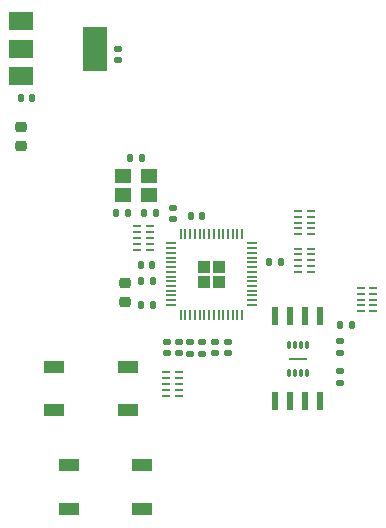
<source format=gbr>
%TF.GenerationSoftware,KiCad,Pcbnew,8.0.0*%
%TF.CreationDate,2024-02-23T16:44:12-07:00*%
%TF.ProjectId,saturn_controller_pcb,73617475-726e-45f6-936f-6e74726f6c6c,4a*%
%TF.SameCoordinates,Original*%
%TF.FileFunction,Paste,Top*%
%TF.FilePolarity,Positive*%
%FSLAX46Y46*%
G04 Gerber Fmt 4.6, Leading zero omitted, Abs format (unit mm)*
G04 Created by KiCad (PCBNEW 8.0.0) date 2024-02-23 16:44:12*
%MOMM*%
%LPD*%
G01*
G04 APERTURE LIST*
G04 Aperture macros list*
%AMRoundRect*
0 Rectangle with rounded corners*
0 $1 Rounding radius*
0 $2 $3 $4 $5 $6 $7 $8 $9 X,Y pos of 4 corners*
0 Add a 4 corners polygon primitive as box body*
4,1,4,$2,$3,$4,$5,$6,$7,$8,$9,$2,$3,0*
0 Add four circle primitives for the rounded corners*
1,1,$1+$1,$2,$3*
1,1,$1+$1,$4,$5*
1,1,$1+$1,$6,$7*
1,1,$1+$1,$8,$9*
0 Add four rect primitives between the rounded corners*
20,1,$1+$1,$2,$3,$4,$5,0*
20,1,$1+$1,$4,$5,$6,$7,0*
20,1,$1+$1,$6,$7,$8,$9,0*
20,1,$1+$1,$8,$9,$2,$3,0*%
G04 Aperture macros list end*
%ADD10R,2.000000X1.500000*%
%ADD11R,2.000000X3.800000*%
%ADD12R,1.800000X1.100000*%
%ADD13RoundRect,0.140000X0.140000X0.170000X-0.140000X0.170000X-0.140000X-0.170000X0.140000X-0.170000X0*%
%ADD14RoundRect,0.140000X-0.170000X0.140000X-0.170000X-0.140000X0.170000X-0.140000X0.170000X0.140000X0*%
%ADD15O,0.700000X0.200000*%
%ADD16RoundRect,0.135000X0.135000X0.185000X-0.135000X0.185000X-0.135000X-0.185000X0.135000X-0.185000X0*%
%ADD17RoundRect,0.135000X-0.135000X-0.185000X0.135000X-0.185000X0.135000X0.185000X-0.135000X0.185000X0*%
%ADD18RoundRect,0.135000X0.185000X-0.135000X0.185000X0.135000X-0.185000X0.135000X-0.185000X-0.135000X0*%
%ADD19RoundRect,0.140000X-0.140000X-0.170000X0.140000X-0.170000X0.140000X0.170000X-0.140000X0.170000X0*%
%ADD20RoundRect,0.218750X0.256250X-0.218750X0.256250X0.218750X-0.256250X0.218750X-0.256250X-0.218750X0*%
%ADD21RoundRect,0.218750X-0.256250X0.218750X-0.256250X-0.218750X0.256250X-0.218750X0.256250X0.218750X0*%
%ADD22R,0.580000X1.610000*%
%ADD23RoundRect,0.075000X-0.075000X0.225000X-0.075000X-0.225000X0.075000X-0.225000X0.075000X0.225000X0*%
%ADD24RoundRect,0.050000X-0.700000X0.050000X-0.700000X-0.050000X0.700000X-0.050000X0.700000X0.050000X0*%
%ADD25R,1.400000X1.150000*%
%ADD26RoundRect,0.250000X0.292217X0.292217X-0.292217X0.292217X-0.292217X-0.292217X0.292217X-0.292217X0*%
%ADD27RoundRect,0.050000X0.387500X0.050000X-0.387500X0.050000X-0.387500X-0.050000X0.387500X-0.050000X0*%
%ADD28RoundRect,0.050000X0.050000X0.387500X-0.050000X0.387500X-0.050000X-0.387500X0.050000X-0.387500X0*%
%ADD29RoundRect,0.140000X0.170000X-0.140000X0.170000X0.140000X-0.170000X0.140000X-0.170000X-0.140000X0*%
G04 APERTURE END LIST*
D10*
%TO.C,U3*%
X124770000Y-77320000D03*
X124770000Y-79620000D03*
D11*
X131070000Y-79620000D03*
D10*
X124770000Y-81920000D03*
%TD*%
D12*
%TO.C,SW14*%
X127600000Y-106560000D03*
X133800000Y-106560000D03*
X127600000Y-110260000D03*
X133800000Y-110260000D03*
%TD*%
D13*
%TO.C,C11*%
X135895505Y-97987053D03*
X134935505Y-97987053D03*
%TD*%
D14*
%TO.C,C5*%
X151780000Y-106940000D03*
X151780000Y-107900000D03*
%TD*%
D15*
%TO.C,U5*%
X135665505Y-96637053D03*
X135665505Y-96137053D03*
X135665505Y-95637053D03*
X135665505Y-95137053D03*
X135665505Y-94637053D03*
X134615505Y-94637053D03*
X134615505Y-95137053D03*
X134615505Y-95637053D03*
X134615505Y-96137053D03*
X134615505Y-96637053D03*
%TD*%
%TO.C,U2*%
X154570000Y-101870000D03*
X154570000Y-101370000D03*
X154570000Y-100870000D03*
X154570000Y-100370000D03*
X154570000Y-99870000D03*
X153520000Y-99870000D03*
X153520000Y-100370000D03*
X153520000Y-100870000D03*
X153520000Y-101370000D03*
X153520000Y-101870000D03*
%TD*%
D16*
%TO.C,R5*%
X136170000Y-93510000D03*
X135150000Y-93510000D03*
%TD*%
D17*
%TO.C,R8*%
X134915505Y-99327053D03*
X135935505Y-99327053D03*
%TD*%
D18*
%TO.C,R7*%
X139095505Y-105466548D03*
X139095505Y-104446548D03*
%TD*%
D13*
%TO.C,C9*%
X135905505Y-101337053D03*
X134945505Y-101337053D03*
%TD*%
D19*
%TO.C,C12*%
X145805505Y-97717053D03*
X146765505Y-97717053D03*
%TD*%
D14*
%TO.C,C2*%
X132940000Y-79630000D03*
X132940000Y-80590000D03*
%TD*%
%TO.C,C13*%
X141205505Y-104467053D03*
X141205505Y-105427053D03*
%TD*%
D15*
%TO.C,U6*%
X137085000Y-107010000D03*
X137085000Y-107510000D03*
X137085000Y-108010000D03*
X137085000Y-108510000D03*
X137085000Y-109010000D03*
X138135000Y-109010000D03*
X138135000Y-108510000D03*
X138135000Y-108010000D03*
X138135000Y-107510000D03*
X138135000Y-107010000D03*
%TD*%
D18*
%TO.C,R4*%
X151780000Y-105390000D03*
X151780000Y-104370000D03*
%TD*%
D15*
%TO.C,U1*%
X149310505Y-98557053D03*
X149310505Y-98057053D03*
X149310505Y-97557053D03*
X149310505Y-97057053D03*
X149310505Y-96557053D03*
X148260505Y-96557053D03*
X148260505Y-97057053D03*
X148260505Y-97557053D03*
X148260505Y-98057053D03*
X148260505Y-98557053D03*
%TD*%
D18*
%TO.C,R6*%
X140095505Y-105466548D03*
X140095505Y-104446548D03*
%TD*%
D14*
%TO.C,C10*%
X137125505Y-104447053D03*
X137125505Y-105407053D03*
%TD*%
D20*
%TO.C,D2*%
X133587288Y-101082053D03*
X133587288Y-99507053D03*
%TD*%
D21*
%TO.C,D1*%
X124730000Y-86274938D03*
X124730000Y-87849938D03*
%TD*%
D19*
%TO.C,C3*%
X132840000Y-93510000D03*
X133800000Y-93510000D03*
%TD*%
D22*
%TO.C,FLASH1*%
X150105000Y-102285000D03*
D23*
X148950000Y-104690000D03*
D22*
X148835000Y-102285000D03*
D23*
X148450000Y-104690000D03*
D22*
X147565000Y-102285000D03*
D23*
X147950000Y-104690000D03*
D22*
X146295000Y-102285000D03*
D23*
X147450000Y-104690000D03*
D24*
X148200000Y-105890000D03*
D23*
X147450000Y-107090000D03*
D22*
X146295000Y-109495000D03*
D23*
X147950000Y-107090000D03*
D22*
X147565000Y-109495000D03*
D23*
X148450000Y-107090000D03*
D22*
X148835000Y-109495000D03*
D23*
X148950000Y-107090000D03*
D22*
X150105000Y-109495000D03*
%TD*%
D25*
%TO.C,Y1*%
X133400000Y-92000000D03*
X135600000Y-92000000D03*
X135600000Y-90400000D03*
X133400000Y-90400000D03*
%TD*%
D13*
%TO.C,C14*%
X140080000Y-93800000D03*
X139120000Y-93800000D03*
%TD*%
D19*
%TO.C,C4*%
X134020000Y-88900000D03*
X134980000Y-88900000D03*
%TD*%
D12*
%TO.C,SW13*%
X135000000Y-118600000D03*
X128800000Y-118600000D03*
X135000000Y-114900000D03*
X128800000Y-114900000D03*
%TD*%
D26*
%TO.C,U4*%
X141528005Y-99359048D03*
X141528005Y-98084048D03*
X140253005Y-99359048D03*
X140253005Y-98084048D03*
D27*
X144328005Y-101321548D03*
X144328005Y-100921548D03*
X144328005Y-100521548D03*
X144328005Y-100121548D03*
X144328005Y-99721548D03*
X144328005Y-99321548D03*
X144328005Y-98921548D03*
X144328005Y-98521548D03*
X144328005Y-98121548D03*
X144328005Y-97721548D03*
X144328005Y-97321548D03*
X144328005Y-96921548D03*
X144328005Y-96521548D03*
X144328005Y-96121548D03*
D28*
X143490505Y-95284048D03*
X143090505Y-95284048D03*
X142690505Y-95284048D03*
X142290505Y-95284048D03*
X141890505Y-95284048D03*
X141490505Y-95284048D03*
X141090505Y-95284048D03*
X140690505Y-95284048D03*
X140290505Y-95284048D03*
X139890505Y-95284048D03*
X139490505Y-95284048D03*
X139090505Y-95284048D03*
X138690505Y-95284048D03*
X138290505Y-95284048D03*
D27*
X137453005Y-96121548D03*
X137453005Y-96521548D03*
X137453005Y-96921548D03*
X137453005Y-97321548D03*
X137453005Y-97721548D03*
X137453005Y-98121548D03*
X137453005Y-98521548D03*
X137453005Y-98921548D03*
X137453005Y-99321548D03*
X137453005Y-99721548D03*
X137453005Y-100121548D03*
X137453005Y-100521548D03*
X137453005Y-100921548D03*
X137453005Y-101321548D03*
D28*
X138290505Y-102159048D03*
X138690505Y-102159048D03*
X139090505Y-102159048D03*
X139490505Y-102159048D03*
X139890505Y-102159048D03*
X140290505Y-102159048D03*
X140690505Y-102159048D03*
X141090505Y-102159048D03*
X141490505Y-102159048D03*
X141890505Y-102159048D03*
X142290505Y-102159048D03*
X142690505Y-102159048D03*
X143090505Y-102159048D03*
X143490505Y-102159048D03*
%TD*%
D14*
%TO.C,C8*%
X138105505Y-104477053D03*
X138105505Y-105437053D03*
%TD*%
D19*
%TO.C,C1*%
X124760000Y-83840000D03*
X125720000Y-83840000D03*
%TD*%
D15*
%TO.C,U7*%
X149310505Y-95357053D03*
X149310505Y-94857053D03*
X149310505Y-94357053D03*
X149310505Y-93857053D03*
X149310505Y-93357053D03*
X148260505Y-93357053D03*
X148260505Y-93857053D03*
X148260505Y-94357053D03*
X148260505Y-94857053D03*
X148260505Y-95357053D03*
%TD*%
D17*
%TO.C,R3*%
X151790000Y-103020000D03*
X152810000Y-103020000D03*
%TD*%
D14*
%TO.C,C7*%
X142315505Y-104477053D03*
X142315505Y-105437053D03*
%TD*%
D29*
%TO.C,C6*%
X137600000Y-94080000D03*
X137600000Y-93120000D03*
%TD*%
M02*

</source>
